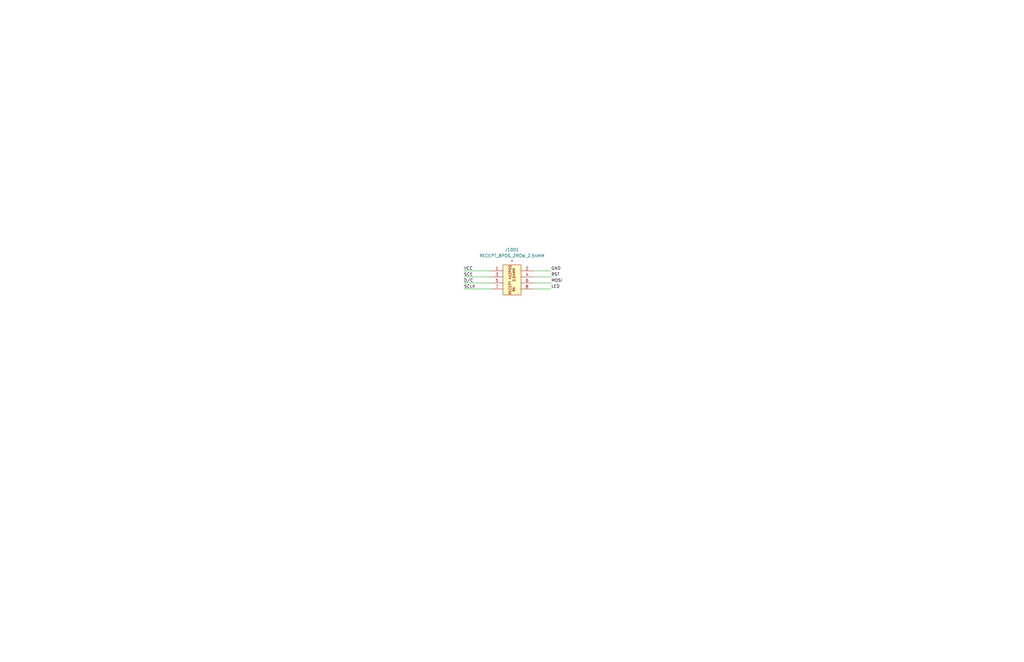
<source format=kicad_sch>
(kicad_sch (version 20230121) (generator eeschema)
  (paper "B")
  (lib_symbols
    (symbol "_SCHLIB_HotPlate:CONN_RECEPT_8POS_2ROW_2.54MM"
      (property "Reference" "J" (at 2.54 2.54 0))
      (property "Value" "RECEPT_8POS_2ROW_2.54MM" (at 2.54 5.08 0))
      (property "SCH CHECK" "*" (at 2.54 20.32 0))
      (symbol "CONN_RECEPT_8POS_2ROW_2.54MM_0_1"
        (rectangle (start 0 0) (end 7.62 -12.7) (fill (type background)))
        (text "RECEPT 4X2POS\nRA   2.54MM" (at 3.81 -6.35 900) (effects (font (size 1.016 1.016))))
      )
      (symbol "CONN_RECEPT_8POS_2ROW_2.54MM_1_1"
        (pin passive line (at -5.08 -2.54 0) (length 5.08) (name "") (number "1"))
        (pin passive line (at 12.7 -2.54 180) (length 5.08) (name "") (number "2"))
        (pin passive line (at -5.08 -5.08 0) (length 5.08) (name "") (number "3"))
        (pin passive line (at 12.7 -5.08 180) (length 5.08) (name "") (number "4"))
        (pin passive line (at -5.08 -7.62 0) (length 5.08) (name "") (number "5"))
        (pin passive line (at 12.7 -7.62 180) (length 5.08) (name "") (number "6"))
        (pin passive line (at -5.08 -10.16 0) (length 5.08) (name "") (number "7"))
        (pin passive line (at 12.7 -10.16 180) (length 5.08) (name "") (number "8"))
      )
    )
  )
  (wire (pts (xy 232.41 116.84) (xy 224.79 116.84)))
  (wire (pts (xy 232.41 121.92) (xy 224.79 121.92)))
  (wire (pts (xy 232.41 114.3) (xy 224.79 114.3)))
  (wire (pts (xy 195.58 121.92) (xy 207.01 121.92)))
  (wire (pts (xy 195.58 119.38) (xy 207.01 119.38)))
  (wire (pts (xy 195.58 116.84) (xy 207.01 116.84)))
  (wire (pts (xy 195.58 114.3) (xy 207.01 114.3)))
  (wire (pts (xy 232.41 119.38) (xy 224.79 119.38)))
  (label "VCC" (at 195.58 114.3 0))
  (label "D{slash}C" (at 195.58 119.38 0))
  (label "GND" (at 232.41 114.3 0))
  (label "SCLK" (at 195.58 121.92 0))
  (label "RST" (at 232.41 116.84 0))
  (label "SCE" (at 195.58 116.84 0))
  (label "LED" (at 232.41 121.92 0))
  (label "MOSI" (at 232.41 119.38 0))
  (symbol (lib_id "_SCHLIB_HotPlate:CONN_RECEPT_8POS_2ROW_2.54MM") (at 212.09 111.76 0) (unit 1)
    (property "Reference" "J1001" (at 215.9 105.41 0))
    (property "Value" "RECEPT_8POS_2ROW_2.54MM" (at 215.9 107.95 0))
    (property "Footprint" "Connector_PinSocket_2.54mm:PinSocket_2x04_P2.54mm_Horizontal" (effects hide))
    (property "Datasheet" "https://media.digikey.com/pdf/Data%20Sheets/Sullins%20PDFs/Female_Headers.100_DS.pdf" (effects hide))
    (property "Description" "8 Position Header Connector 0.100\" (2.54mm) Through Hole, Right Angle Tin" (effects hide))
    (property "Part Number" "PPTC042LJBN-RC" (effects hide))
    (property "Link" "https://www.digikey.ca/en/products/detail/sullins-connector-solutions/PPTC042LJBN-RC/775976" (effects hide))
    (property "SCH CHECK" "*" (at 215.9 110.49 0))
  )
)
</source>
